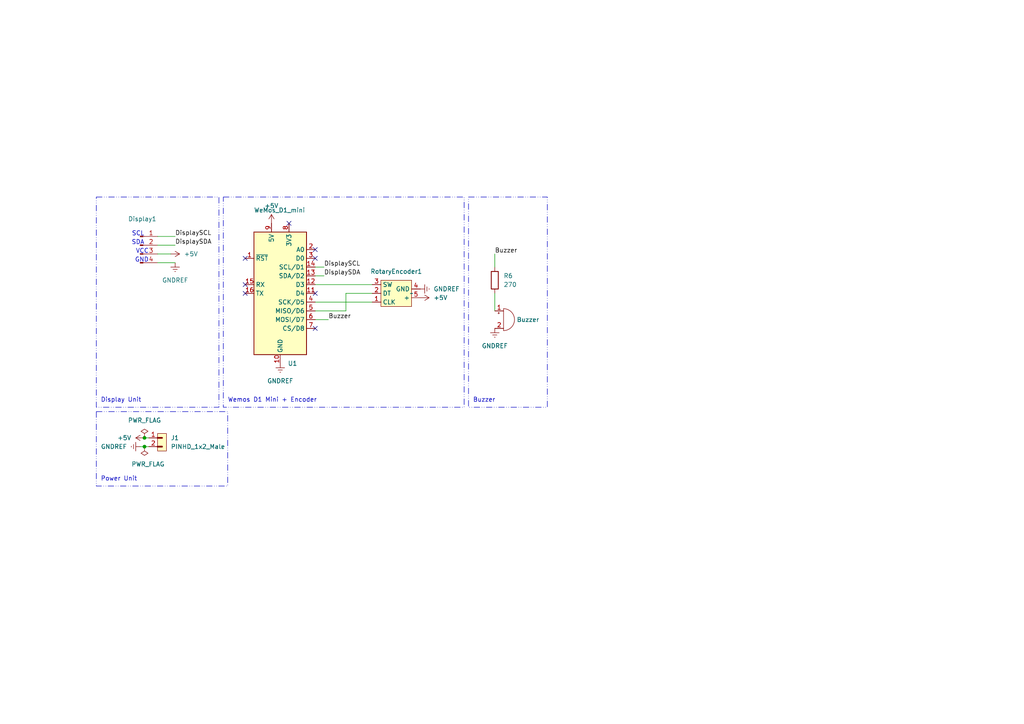
<source format=kicad_sch>
(kicad_sch (version 20230121) (generator eeschema)
  (paper "A4")
  (lib_symbols
    (symbol "Connector:Conn_01x04_Pin" (pin_names (offset 1.016) hide)
      (property "Reference" "J" (at 0 5.08 0))
      (property "Value" "Conn_01x04_Pin" (at 0 -7.62 0))
      (symbol "Conn_01x04_Pin_1_1"
        (polyline (pts (xy 1.27 -5.08) (xy 0.8636 -5.08)) (stroke (width 0.1524)))
        (polyline (pts (xy 1.27 -2.54) (xy 0.8636 -2.54)) (stroke (width 0.1524)))
        (polyline (pts (xy 1.27 0) (xy 0.8636 0)) (stroke (width 0.1524)))
        (polyline (pts (xy 1.27 2.54) (xy 0.8636 2.54)) (stroke (width 0.1524)))
        (rectangle (start 0.8636 -4.953) (end 0 -5.207) (stroke (width 0.1524)) (fill (type outline)))
        (rectangle (start 0.8636 -2.413) (end 0 -2.667) (stroke (width 0.1524)) (fill (type outline)))
        (rectangle (start 0.8636 0.127) (end 0 -0.127) (stroke (width 0.1524)) (fill (type outline)))
        (rectangle (start 0.8636 2.667) (end 0 2.413) (stroke (width 0.1524)) (fill (type outline)))
        (pin passive line (at 5.08 2.54 180) (length 3.81) (name "Pin_1") (number "1"))
        (pin passive line (at 5.08 0 180) (length 3.81) (name "Pin_2") (number "2"))
        (pin passive line (at 5.08 -2.54 180) (length 3.81) (name "Pin_3") (number "3"))
        (pin passive line (at 5.08 -5.08 180) (length 3.81) (name "Pin_4") (number "4"))
      )
    )
    (symbol "Device:Buzzer" (pin_names (offset 0.0254) hide)
      (property "Reference" "BZ" (at 3.81 1.27 0))
      (property "Value" "Buzzer" (at 3.81 -1.27 0))
      (symbol "Buzzer_0_1"
        (arc (start 0 -3.175) (mid 3.1612 0) (end 0 3.175))
        (polyline (pts (xy -1.651 1.905) (xy -1.143 1.905)))
        (polyline (pts (xy -1.397 2.159) (xy -1.397 1.651)))
        (polyline (pts (xy 0 3.175) (xy 0 -3.175)))
      )
      (symbol "Buzzer_1_1"
        (pin passive line (at -2.54 2.54 0) (length 2.54) (name "-") (number "1"))
        (pin passive line (at -2.54 -2.54 0) (length 2.54) (name "+") (number "2"))
      )
    )
    (symbol "Device:R" (pin_numbers hide) (pin_names (offset 0))
      (property "Reference" "R" (at 2.032 0 90))
      (property "Value" "R" (at 0 0 90))
      (symbol "R_0_1"
        (rectangle (start -1.016 -2.54) (end 1.016 2.54) (stroke (width 0.254)))
      )
      (symbol "R_1_1"
        (pin passive line (at 0 3.81 270) (length 1.27) (name "~") (number "1"))
        (pin passive line (at 0 -3.81 90) (length 1.27) (name "~") (number "2"))
      )
    )
    (symbol "MCU_Module:WeMos_D1_mini"
      (property "Reference" "U" (at 3.81 19.05 0))
      (property "Value" "WeMos_D1_mini" (at 1.27 -19.05 0))
      (symbol "WeMos_D1_mini_1_1"
        (rectangle (start -7.62 17.78) (end 7.62 -17.78) (stroke (width 0.254)) (fill (type background)))
        (pin input line (at -10.16 10.16 0) (length 2.54) (name "~{RST}") (number "1"))
        (pin power_in line (at 0 -20.32 90) (length 2.54) (name "GND") (number "10"))
        (pin bidirectional line (at 10.16 0 180) (length 2.54) (name "D4") (number "11"))
        (pin bidirectional line (at 10.16 2.54 180) (length 2.54) (name "D3") (number "12"))
        (pin bidirectional line (at 10.16 5.08 180) (length 2.54) (name "SDA/D2") (number "13"))
        (pin bidirectional line (at 10.16 7.62 180) (length 2.54) (name "SCL/D1") (number "14"))
        (pin input line (at -10.16 2.54 0) (length 2.54) (name "RX") (number "15"))
        (pin output line (at -10.16 0 0) (length 2.54) (name "TX") (number "16"))
        (pin input line (at 10.16 12.7 180) (length 2.54) (name "A0") (number "2"))
        (pin bidirectional line (at 10.16 10.16 180) (length 2.54) (name "D0") (number "3"))
        (pin bidirectional line (at 10.16 -2.54 180) (length 2.54) (name "SCK/D5") (number "4"))
        (pin bidirectional line (at 10.16 -5.08 180) (length 2.54) (name "MISO/D6") (number "5"))
        (pin bidirectional line (at 10.16 -7.62 180) (length 2.54) (name "MOSI/D7") (number "6"))
        (pin bidirectional line (at 10.16 -10.16 180) (length 2.54) (name "CS/D8") (number "7"))
        (pin power_out line (at 2.54 20.32 270) (length 2.54) (name "3V3") (number "8"))
        (pin power_in line (at -2.54 20.32 270) (length 2.54) (name "5V") (number "9"))
      )
    )
    (symbol "MyLib:Encoder"
      (property "Reference" "RotaryEncoder" (at 0 6.35 0))
      (symbol "Encoder_1_1"
        (rectangle (start -3.81 3.81) (end 5.08 -3.81) (fill (type background)))
        (pin output line (at 7.62 2.54 180) (length 2.54) (name "CLK") (number "1"))
        (pin output line (at 7.62 0 180) (length 2.54) (name "DT") (number "2"))
        (pin output line (at 7.62 -2.54 180) (length 2.54) (name "SW") (number "3"))
        (pin power_in line (at -6.35 -1.27 0) (length 2.54) (name "GND") (number "4"))
        (pin power_in line (at -6.35 1.27 0) (length 2.54) (name "+") (number "5"))
      )
    )
    (symbol "PCM_SL_Pin_Headers:PINHD_1x2_Male"
      (property "Reference" "J" (at 0 6.35 0))
      (property "Value" "PINHD_1x2_Male" (at 0 3.81 0))
      (symbol "PINHD_1x2_Male_0_1"
        (rectangle (start -1.27 2.54) (end 1.27 -2.54) (fill (type background)))
        (polyline (pts (xy -1.27 -1.27) (xy 0 -1.27)) (stroke (width 0.3)))
        (polyline (pts (xy -1.27 -1.27) (xy 0 -1.27)) (stroke (width 0.5)))
        (polyline (pts (xy -1.27 1.27) (xy 0 1.27)) (stroke (width 0.3)))
        (polyline (pts (xy -1.27 1.27) (xy 0 1.27)) (stroke (width 0.5)))
      )
      (symbol "PINHD_1x2_Male_1_1"
        (pin passive line (at -3.81 1.27 0) (length 2.54) (name "") (number "1"))
        (pin passive line (at -3.81 -1.27 0) (length 2.54) (name "") (number "2"))
      )
    )
    (symbol "power:+5V" (power) (pin_names (offset 0))
      (property "Value" "+5V" (at 0 3.556 0))
      (symbol "+5V_0_1"
        (polyline (pts (xy -0.762 1.27) (xy 0 2.54)))
        (polyline (pts (xy 0 0) (xy 0 2.54)))
        (polyline (pts (xy 0 2.54) (xy 0.762 1.27)))
      )
      (symbol "+5V_1_1"
        (pin power_in line (at 0 0 90) (length 0) hide (name "+5V") (number "1"))
      )
    )
    (symbol "power:GNDREF" (power) (pin_names (offset 0))
      (property "Value" "GNDREF" (at 0 -3.81 0))
      (symbol "GNDREF_0_1"
        (polyline (pts (xy -0.635 -1.905) (xy 0.635 -1.905)))
        (polyline (pts (xy -0.127 -2.54) (xy 0.127 -2.54)))
        (polyline (pts (xy 0 -1.27) (xy 0 0)))
        (polyline (pts (xy 1.27 -1.27) (xy -1.27 -1.27)))
      )
      (symbol "GNDREF_1_1"
        (pin power_in line (at 0 0 270) (length 0) hide (name "GNDREF") (number "1"))
      )
    )
    (symbol "power:PWR_FLAG" (power) (pin_numbers hide) (pin_names (offset 0) hide)
      (property "Value" "PWR_FLAG" (at 0 3.81 0))
      (symbol "PWR_FLAG_0_0"
        (pin power_out line (at 0 0 90) (length 0) (name "pwr") (number "1"))
      )
      (symbol "PWR_FLAG_0_1"
        (polyline (pts (xy 0 0) (xy 0 1.27) (xy -1.016 1.905) (xy 0 2.54) (xy 1.016 1.905) (xy 0 1.27)))
      )
    )
  )
  (junction (at 41.91 129.54))
  (junction (at 41.91 127))
  (no_connect (at 71.12 74.93))
  (no_connect (at 71.12 85.09))
  (no_connect (at 83.82 64.77))
  (no_connect (at 91.44 74.93))
  (no_connect (at 71.12 82.55))
  (no_connect (at 91.44 72.39))
  (no_connect (at 91.44 85.09))
  (no_connect (at 91.44 95.25))
  (wire (pts (xy 50.8 68.58) (xy 45.72 68.58)))
  (wire (pts (xy 40.64 129.54) (xy 41.91 129.54)))
  (wire (pts (xy 100.33 85.09) (xy 100.33 90.17)))
  (wire (pts (xy 107.95 85.09) (xy 100.33 85.09)))
  (wire (pts (xy 41.91 129.54) (xy 43.18 129.54)))
  (wire (pts (xy 143.51 73.66) (xy 143.51 77.47)))
  (wire (pts (xy 50.8 71.12) (xy 45.72 71.12)))
  (wire (pts (xy 49.53 73.66) (xy 45.72 73.66)))
  (wire (pts (xy 95.25 92.71) (xy 91.44 92.71)))
  (wire (pts (xy 93.98 77.47) (xy 91.44 77.47)))
  (wire (pts (xy 91.44 90.17) (xy 100.33 90.17)))
  (wire (pts (xy 93.98 80.01) (xy 91.44 80.01)))
  (wire (pts (xy 50.8 76.2) (xy 45.72 76.2)))
  (wire (pts (xy 91.44 87.63) (xy 107.95 87.63)))
  (wire (pts (xy 41.91 127) (xy 43.18 127)))
  (wire (pts (xy 91.44 82.55) (xy 107.95 82.55)))
  (wire (pts (xy 143.51 85.09) (xy 143.51 90.17)))
  (rectangle (start 135.89 57.15) (end 158.75 118.11) (stroke (width 0) (type dash_dot_dot)))
  (rectangle (start 27.94 57.15) (end 63.5 118.11) (stroke (width 0) (type dash_dot_dot)))
  (rectangle (start 64.77 57.15) (end 134.62 118.11) (stroke (width 0) (type dash_dot_dot)))
  (rectangle (start 27.94 119.38) (end 66.04 140.97) (stroke (width 0) (type dash_dot_dot)))
  (text "Power Unit" (at 29.21 139.7 0) (effects (font (size 1.27 1.27)) (justify left bottom)))
  (text "Buzzer" (at 137.16 116.84 0) (effects (font (size 1.27 1.27)) (justify left bottom)))
  (text "GND" (at 43.18 76.2 0) (effects (font (size 1.27 1.27)) (justify right bottom)))
  (text "Wemos D1 Mini + Encoder" (at 66.04 116.84 0) (effects (font (size 1.27 1.27)) (justify left bottom)))
  (text "SDA" (at 41.91 71.12 0) (effects (font (size 1.27 1.27)) (justify right bottom)))
  (text "VCC\n" (at 43.18 73.66 0) (effects (font (size 1.27 1.27)) (justify right bottom)))
  (text "Display Unit" (at 29.21 116.84 0) (effects (font (size 1.27 1.27)) (justify left bottom)))
  (text "SCL\n" (at 41.91 68.58 0) (effects (font (size 1.27 1.27)) (justify right bottom)))
  (label "DisplaySDA" (at 50.8 71.12 0))
  (label "Buzzer" (at 143.51 73.66 0))
  (label "Buzzer" (at 95.25 92.71 0))
  (label "DisplaySCL" (at 93.98 77.47 0))
  (label "DisplaySDA" (at 93.98 80.01 0))
  (label "DisplaySCL" (at 50.8 68.58 0))
  (symbol (lib_id "power:GNDREF") (at 121.92 83.82 90) (unit 1)
    (property "Reference" "#PWR04" (effects hide))
    (property "Value" "GNDREF" (at 125.73 83.82 90) (effects (justify right)))
  )
  (symbol (lib_id "power:GNDREF") (at 143.51 95.25 0) (unit 1)
    (property "Reference" "#PWR05" (effects hide))
    (property "Value" "GNDREF" (at 143.51 100.33 0))
  )
  (symbol (lib_id "PCM_SL_Pin_Headers:PINHD_1x2_Male") (at 46.99 128.27 0) (unit 1)
    (property "Reference" "J1" (at 49.53 127 0) (effects (justify left)))
    (property "Value" "PINHD_1x2_Male" (at 49.53 129.54 0) (effects (justify left)))
    (property "Footprint" "Connector_Phoenix_GMSTB:PhoenixContact_GMSTBVA_2,5_2-G_1x02_P7.50mm_Vertical" (effects hide))
  )
  (symbol (lib_id "Device:R") (at 143.51 81.28 0) (unit 1)
    (property "Reference" "R6" (at 146.05 80.01 0) (effects (justify left)))
    (property "Value" "270" (at 146.05 82.55 0) (effects (justify left)))
    (property "Footprint" "Resistor_THT:R_Axial_DIN0207_L6.3mm_D2.5mm_P7.62mm_Horizontal" (effects hide))
  )
  (symbol (lib_id "MyLib:Encoder") (at 115.57 85.09 180) (unit 1)
    (property "Reference" "RotaryEncoder1" (at 114.935 78.74 0))
    (property "Value" "~" (at 119.38 85.09 0))
    (property "Footprint" "Connector_PinSocket_2.54mm:PinSocket_1x05_P2.54mm_Vertical" (effects hide))
  )
  (symbol (lib_id "power:PWR_FLAG") (at 41.91 129.54 180) (unit 1)
    (property "Reference" "#FLG02" (effects hide))
    (property "Value" "PWR_FLAG" (at 38.1 134.62 0) (effects (justify right)))
  )
  (symbol (lib_id "power:+5V") (at 49.53 73.66 270) (unit 1)
    (property "Reference" "#PWR07" (effects hide))
    (property "Value" "+5V" (at 53.34 73.66 90) (effects (justify left)))
  )
  (symbol (lib_id "power:GNDREF") (at 81.28 105.41 0) (unit 1)
    (property "Reference" "#PWR02" (effects hide))
    (property "Value" "GNDREF" (at 81.28 110.49 0))
  )
  (symbol (lib_id "power:+5V") (at 41.91 127 90) (unit 1)
    (property "Reference" "#PWR011" (effects hide))
    (property "Value" "+5V" (at 38.1 127 90) (effects (justify left)))
  )
  (symbol (lib_id "MCU_Module:WeMos_D1_mini") (at 81.28 85.09 0) (unit 1)
    (property "Reference" "U1" (at 83.4741 105.41 0) (effects (justify left)))
    (property "Value" "WeMos_D1_mini" (at 73.66 60.96 0) (effects (justify left)))
    (property "Footprint" "Module:WEMOS_D1_mini_light" (effects hide))
    (property "Datasheet" "https://wiki.wemos.cc/products:d1:d1_mini#documentation" (effects hide))
  )
  (symbol (lib_id "Device:Buzzer") (at 146.05 92.71 0) (unit 1)
    (property "Reference" "BZ1" (effects hide))
    (property "Value" "Buzzer" (at 149.86 92.71 0) (effects (justify left)))
    (property "Footprint" "CustomNicola:Buzzer_12x9.5RM6.6" (effects hide))
  )
  (symbol (lib_id "power:+5V") (at 78.74 64.77 0) (unit 1)
    (property "Reference" "#PWR03" (effects hide))
    (property "Value" "+5V" (at 78.74 59.69 0))
  )
  (symbol (lib_id "Connector:Conn_01x04_Pin") (at 40.64 71.12 0) (unit 1)
    (property "Reference" "Display1" (at 41.275 63.5 0))
    (property "Value" "Display" (effects hide))
    (property "Footprint" "Connector_PinHeader_2.54mm:PinHeader_1x04_P2.54mm_Vertical" (effects hide))
  )
  (symbol (lib_id "power:GNDREF") (at 40.64 129.54 270) (unit 1)
    (property "Reference" "#PWR010" (effects hide))
    (property "Value" "GNDREF" (at 36.83 129.54 90) (effects (justify right)))
  )
  (symbol (lib_id "power:+5V") (at 121.92 86.36 270) (unit 1)
    (property "Reference" "#PWR06" (effects hide))
    (property "Value" "+5V" (at 125.73 86.36 90) (effects (justify left)))
  )
  (symbol (lib_id "power:PWR_FLAG") (at 41.91 127 0) (unit 1)
    (property "Reference" "#FLG01" (effects hide))
    (property "Value" "PWR_FLAG" (at 41.91 121.92 0))
  )
  (symbol (lib_id "power:GNDREF") (at 50.8 76.2 0) (unit 1)
    (property "Reference" "#PWR01" (effects hide))
    (property "Value" "GNDREF" (at 50.8 81.28 0))
  )
)
</source>
